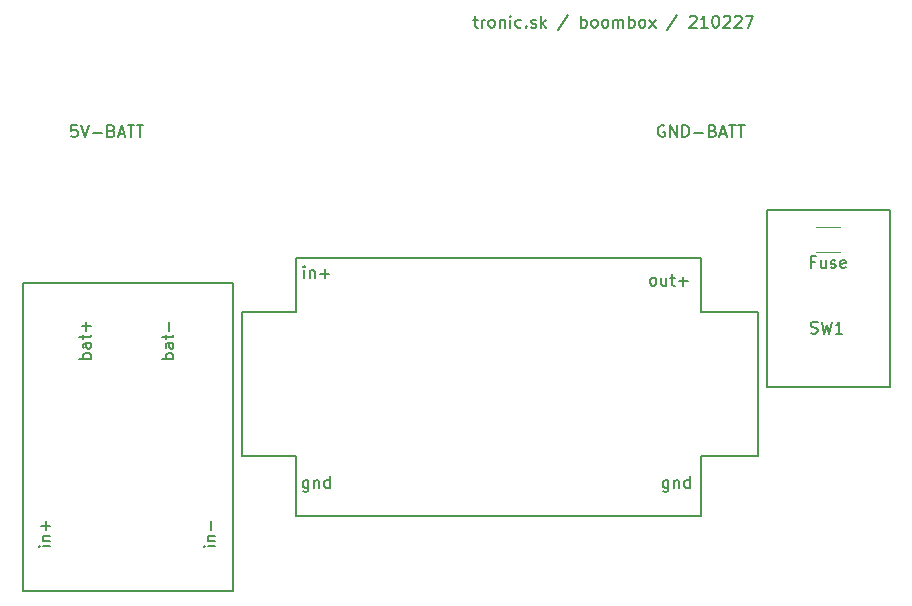
<source format=gto>
G04 #@! TF.FileFunction,Legend,Top*
%FSLAX46Y46*%
G04 Gerber Fmt 4.6, Leading zero omitted, Abs format (unit mm)*
G04 Created by KiCad (PCBNEW 4.0.7) date 02/27/21 15:52:34*
%MOMM*%
%LPD*%
G01*
G04 APERTURE LIST*
%ADD10C,0.100000*%
%ADD11C,0.200000*%
%ADD12C,0.150000*%
%ADD13C,0.120000*%
G04 APERTURE END LIST*
D10*
D11*
X53778047Y-18835714D02*
X54158999Y-18835714D01*
X53920904Y-18502381D02*
X53920904Y-19359524D01*
X53968523Y-19454762D01*
X54063761Y-19502381D01*
X54158999Y-19502381D01*
X54492333Y-19502381D02*
X54492333Y-18835714D01*
X54492333Y-19026190D02*
X54539952Y-18930952D01*
X54587571Y-18883333D01*
X54682809Y-18835714D01*
X54778048Y-18835714D01*
X55254238Y-19502381D02*
X55159000Y-19454762D01*
X55111381Y-19407143D01*
X55063762Y-19311905D01*
X55063762Y-19026190D01*
X55111381Y-18930952D01*
X55159000Y-18883333D01*
X55254238Y-18835714D01*
X55397096Y-18835714D01*
X55492334Y-18883333D01*
X55539953Y-18930952D01*
X55587572Y-19026190D01*
X55587572Y-19311905D01*
X55539953Y-19407143D01*
X55492334Y-19454762D01*
X55397096Y-19502381D01*
X55254238Y-19502381D01*
X56016143Y-18835714D02*
X56016143Y-19502381D01*
X56016143Y-18930952D02*
X56063762Y-18883333D01*
X56159000Y-18835714D01*
X56301858Y-18835714D01*
X56397096Y-18883333D01*
X56444715Y-18978571D01*
X56444715Y-19502381D01*
X56920905Y-19502381D02*
X56920905Y-18835714D01*
X56920905Y-18502381D02*
X56873286Y-18550000D01*
X56920905Y-18597619D01*
X56968524Y-18550000D01*
X56920905Y-18502381D01*
X56920905Y-18597619D01*
X57825667Y-19454762D02*
X57730429Y-19502381D01*
X57539952Y-19502381D01*
X57444714Y-19454762D01*
X57397095Y-19407143D01*
X57349476Y-19311905D01*
X57349476Y-19026190D01*
X57397095Y-18930952D01*
X57444714Y-18883333D01*
X57539952Y-18835714D01*
X57730429Y-18835714D01*
X57825667Y-18883333D01*
X58254238Y-19407143D02*
X58301857Y-19454762D01*
X58254238Y-19502381D01*
X58206619Y-19454762D01*
X58254238Y-19407143D01*
X58254238Y-19502381D01*
X58682809Y-19454762D02*
X58778047Y-19502381D01*
X58968523Y-19502381D01*
X59063762Y-19454762D01*
X59111381Y-19359524D01*
X59111381Y-19311905D01*
X59063762Y-19216667D01*
X58968523Y-19169048D01*
X58825666Y-19169048D01*
X58730428Y-19121429D01*
X58682809Y-19026190D01*
X58682809Y-18978571D01*
X58730428Y-18883333D01*
X58825666Y-18835714D01*
X58968523Y-18835714D01*
X59063762Y-18883333D01*
X59539952Y-19502381D02*
X59539952Y-18502381D01*
X59635190Y-19121429D02*
X59920905Y-19502381D01*
X59920905Y-18835714D02*
X59539952Y-19216667D01*
X61825667Y-18454762D02*
X60968524Y-19740476D01*
X62920905Y-19502381D02*
X62920905Y-18502381D01*
X62920905Y-18883333D02*
X63016143Y-18835714D01*
X63206620Y-18835714D01*
X63301858Y-18883333D01*
X63349477Y-18930952D01*
X63397096Y-19026190D01*
X63397096Y-19311905D01*
X63349477Y-19407143D01*
X63301858Y-19454762D01*
X63206620Y-19502381D01*
X63016143Y-19502381D01*
X62920905Y-19454762D01*
X63968524Y-19502381D02*
X63873286Y-19454762D01*
X63825667Y-19407143D01*
X63778048Y-19311905D01*
X63778048Y-19026190D01*
X63825667Y-18930952D01*
X63873286Y-18883333D01*
X63968524Y-18835714D01*
X64111382Y-18835714D01*
X64206620Y-18883333D01*
X64254239Y-18930952D01*
X64301858Y-19026190D01*
X64301858Y-19311905D01*
X64254239Y-19407143D01*
X64206620Y-19454762D01*
X64111382Y-19502381D01*
X63968524Y-19502381D01*
X64873286Y-19502381D02*
X64778048Y-19454762D01*
X64730429Y-19407143D01*
X64682810Y-19311905D01*
X64682810Y-19026190D01*
X64730429Y-18930952D01*
X64778048Y-18883333D01*
X64873286Y-18835714D01*
X65016144Y-18835714D01*
X65111382Y-18883333D01*
X65159001Y-18930952D01*
X65206620Y-19026190D01*
X65206620Y-19311905D01*
X65159001Y-19407143D01*
X65111382Y-19454762D01*
X65016144Y-19502381D01*
X64873286Y-19502381D01*
X65635191Y-19502381D02*
X65635191Y-18835714D01*
X65635191Y-18930952D02*
X65682810Y-18883333D01*
X65778048Y-18835714D01*
X65920906Y-18835714D01*
X66016144Y-18883333D01*
X66063763Y-18978571D01*
X66063763Y-19502381D01*
X66063763Y-18978571D02*
X66111382Y-18883333D01*
X66206620Y-18835714D01*
X66349477Y-18835714D01*
X66444715Y-18883333D01*
X66492334Y-18978571D01*
X66492334Y-19502381D01*
X66968524Y-19502381D02*
X66968524Y-18502381D01*
X66968524Y-18883333D02*
X67063762Y-18835714D01*
X67254239Y-18835714D01*
X67349477Y-18883333D01*
X67397096Y-18930952D01*
X67444715Y-19026190D01*
X67444715Y-19311905D01*
X67397096Y-19407143D01*
X67349477Y-19454762D01*
X67254239Y-19502381D01*
X67063762Y-19502381D01*
X66968524Y-19454762D01*
X68016143Y-19502381D02*
X67920905Y-19454762D01*
X67873286Y-19407143D01*
X67825667Y-19311905D01*
X67825667Y-19026190D01*
X67873286Y-18930952D01*
X67920905Y-18883333D01*
X68016143Y-18835714D01*
X68159001Y-18835714D01*
X68254239Y-18883333D01*
X68301858Y-18930952D01*
X68349477Y-19026190D01*
X68349477Y-19311905D01*
X68301858Y-19407143D01*
X68254239Y-19454762D01*
X68159001Y-19502381D01*
X68016143Y-19502381D01*
X68682810Y-19502381D02*
X69206620Y-18835714D01*
X68682810Y-18835714D02*
X69206620Y-19502381D01*
X71063763Y-18454762D02*
X70206620Y-19740476D01*
X72111382Y-18597619D02*
X72159001Y-18550000D01*
X72254239Y-18502381D01*
X72492335Y-18502381D01*
X72587573Y-18550000D01*
X72635192Y-18597619D01*
X72682811Y-18692857D01*
X72682811Y-18788095D01*
X72635192Y-18930952D01*
X72063763Y-19502381D01*
X72682811Y-19502381D01*
X73635192Y-19502381D02*
X73063763Y-19502381D01*
X73349477Y-19502381D02*
X73349477Y-18502381D01*
X73254239Y-18645238D01*
X73159001Y-18740476D01*
X73063763Y-18788095D01*
X74254239Y-18502381D02*
X74349478Y-18502381D01*
X74444716Y-18550000D01*
X74492335Y-18597619D01*
X74539954Y-18692857D01*
X74587573Y-18883333D01*
X74587573Y-19121429D01*
X74539954Y-19311905D01*
X74492335Y-19407143D01*
X74444716Y-19454762D01*
X74349478Y-19502381D01*
X74254239Y-19502381D01*
X74159001Y-19454762D01*
X74111382Y-19407143D01*
X74063763Y-19311905D01*
X74016144Y-19121429D01*
X74016144Y-18883333D01*
X74063763Y-18692857D01*
X74111382Y-18597619D01*
X74159001Y-18550000D01*
X74254239Y-18502381D01*
X74968525Y-18597619D02*
X75016144Y-18550000D01*
X75111382Y-18502381D01*
X75349478Y-18502381D01*
X75444716Y-18550000D01*
X75492335Y-18597619D01*
X75539954Y-18692857D01*
X75539954Y-18788095D01*
X75492335Y-18930952D01*
X74920906Y-19502381D01*
X75539954Y-19502381D01*
X75920906Y-18597619D02*
X75968525Y-18550000D01*
X76063763Y-18502381D01*
X76301859Y-18502381D01*
X76397097Y-18550000D01*
X76444716Y-18597619D01*
X76492335Y-18692857D01*
X76492335Y-18788095D01*
X76444716Y-18930952D01*
X75873287Y-19502381D01*
X76492335Y-19502381D01*
X76825668Y-18502381D02*
X77492335Y-18502381D01*
X77063763Y-19502381D01*
D12*
X77851000Y-55753000D02*
X77851000Y-43561000D01*
X73025000Y-38989000D02*
X73025000Y-43307000D01*
X73025000Y-43307000D02*
X73025000Y-43561000D01*
X73025000Y-43561000D02*
X77851000Y-43561000D01*
X77851000Y-55753000D02*
X73025000Y-55753000D01*
X73025000Y-55753000D02*
X73025000Y-60833000D01*
X73025000Y-60833000D02*
X38735000Y-60833000D01*
X38735000Y-60833000D02*
X38735000Y-55753000D01*
X38735000Y-55753000D02*
X34163000Y-55753000D01*
X34163000Y-55753000D02*
X34163000Y-43561000D01*
X34163000Y-43561000D02*
X38735000Y-43561000D01*
X38735000Y-43561000D02*
X38735000Y-38989000D01*
X38735000Y-38989000D02*
X73025000Y-38989000D01*
D13*
X84820000Y-38535000D02*
X82820000Y-38535000D01*
X82820000Y-36395000D02*
X84820000Y-36395000D01*
D12*
X78613000Y-34925000D02*
X89027000Y-34925000D01*
X89027000Y-34925000D02*
X89027000Y-49911000D01*
X89027000Y-49911000D02*
X78613000Y-49911000D01*
X78613000Y-49911000D02*
X78613000Y-34925000D01*
X15621000Y-67183000D02*
X15621000Y-41148000D01*
X15621000Y-41148000D02*
X33401000Y-41148000D01*
X33401000Y-41148000D02*
X33401000Y-67183000D01*
X33401000Y-67183000D02*
X15621000Y-67183000D01*
X68929428Y-41346381D02*
X68834190Y-41298762D01*
X68786571Y-41251143D01*
X68738952Y-41155905D01*
X68738952Y-40870190D01*
X68786571Y-40774952D01*
X68834190Y-40727333D01*
X68929428Y-40679714D01*
X69072286Y-40679714D01*
X69167524Y-40727333D01*
X69215143Y-40774952D01*
X69262762Y-40870190D01*
X69262762Y-41155905D01*
X69215143Y-41251143D01*
X69167524Y-41298762D01*
X69072286Y-41346381D01*
X68929428Y-41346381D01*
X70119905Y-40679714D02*
X70119905Y-41346381D01*
X69691333Y-40679714D02*
X69691333Y-41203524D01*
X69738952Y-41298762D01*
X69834190Y-41346381D01*
X69977048Y-41346381D01*
X70072286Y-41298762D01*
X70119905Y-41251143D01*
X70453238Y-40679714D02*
X70834190Y-40679714D01*
X70596095Y-40346381D02*
X70596095Y-41203524D01*
X70643714Y-41298762D01*
X70738952Y-41346381D01*
X70834190Y-41346381D01*
X71167524Y-40965429D02*
X71929429Y-40965429D01*
X71548477Y-41346381D02*
X71548477Y-40584476D01*
X39441572Y-40711381D02*
X39441572Y-40044714D01*
X39441572Y-39711381D02*
X39393953Y-39759000D01*
X39441572Y-39806619D01*
X39489191Y-39759000D01*
X39441572Y-39711381D01*
X39441572Y-39806619D01*
X39917762Y-40044714D02*
X39917762Y-40711381D01*
X39917762Y-40139952D02*
X39965381Y-40092333D01*
X40060619Y-40044714D01*
X40203477Y-40044714D01*
X40298715Y-40092333D01*
X40346334Y-40187571D01*
X40346334Y-40711381D01*
X40822524Y-40330429D02*
X41584429Y-40330429D01*
X41203477Y-40711381D02*
X41203477Y-39949476D01*
X70302524Y-57824714D02*
X70302524Y-58634238D01*
X70254905Y-58729476D01*
X70207286Y-58777095D01*
X70112047Y-58824714D01*
X69969190Y-58824714D01*
X69873952Y-58777095D01*
X70302524Y-58443762D02*
X70207286Y-58491381D01*
X70016809Y-58491381D01*
X69921571Y-58443762D01*
X69873952Y-58396143D01*
X69826333Y-58300905D01*
X69826333Y-58015190D01*
X69873952Y-57919952D01*
X69921571Y-57872333D01*
X70016809Y-57824714D01*
X70207286Y-57824714D01*
X70302524Y-57872333D01*
X70778714Y-57824714D02*
X70778714Y-58491381D01*
X70778714Y-57919952D02*
X70826333Y-57872333D01*
X70921571Y-57824714D01*
X71064429Y-57824714D01*
X71159667Y-57872333D01*
X71207286Y-57967571D01*
X71207286Y-58491381D01*
X72112048Y-58491381D02*
X72112048Y-57491381D01*
X72112048Y-58443762D02*
X72016810Y-58491381D01*
X71826333Y-58491381D01*
X71731095Y-58443762D01*
X71683476Y-58396143D01*
X71635857Y-58300905D01*
X71635857Y-58015190D01*
X71683476Y-57919952D01*
X71731095Y-57872333D01*
X71826333Y-57824714D01*
X72016810Y-57824714D01*
X72112048Y-57872333D01*
X39822524Y-57824714D02*
X39822524Y-58634238D01*
X39774905Y-58729476D01*
X39727286Y-58777095D01*
X39632047Y-58824714D01*
X39489190Y-58824714D01*
X39393952Y-58777095D01*
X39822524Y-58443762D02*
X39727286Y-58491381D01*
X39536809Y-58491381D01*
X39441571Y-58443762D01*
X39393952Y-58396143D01*
X39346333Y-58300905D01*
X39346333Y-58015190D01*
X39393952Y-57919952D01*
X39441571Y-57872333D01*
X39536809Y-57824714D01*
X39727286Y-57824714D01*
X39822524Y-57872333D01*
X40298714Y-57824714D02*
X40298714Y-58491381D01*
X40298714Y-57919952D02*
X40346333Y-57872333D01*
X40441571Y-57824714D01*
X40584429Y-57824714D01*
X40679667Y-57872333D01*
X40727286Y-57967571D01*
X40727286Y-58491381D01*
X41632048Y-58491381D02*
X41632048Y-57491381D01*
X41632048Y-58443762D02*
X41536810Y-58491381D01*
X41346333Y-58491381D01*
X41251095Y-58443762D01*
X41203476Y-58396143D01*
X41155857Y-58300905D01*
X41155857Y-58015190D01*
X41203476Y-57919952D01*
X41251095Y-57872333D01*
X41346333Y-57824714D01*
X41536810Y-57824714D01*
X41632048Y-57872333D01*
X82677143Y-39343571D02*
X82343809Y-39343571D01*
X82343809Y-39867381D02*
X82343809Y-38867381D01*
X82820000Y-38867381D01*
X83629524Y-39200714D02*
X83629524Y-39867381D01*
X83200952Y-39200714D02*
X83200952Y-39724524D01*
X83248571Y-39819762D01*
X83343809Y-39867381D01*
X83486667Y-39867381D01*
X83581905Y-39819762D01*
X83629524Y-39772143D01*
X84058095Y-39819762D02*
X84153333Y-39867381D01*
X84343809Y-39867381D01*
X84439048Y-39819762D01*
X84486667Y-39724524D01*
X84486667Y-39676905D01*
X84439048Y-39581667D01*
X84343809Y-39534048D01*
X84200952Y-39534048D01*
X84105714Y-39486429D01*
X84058095Y-39391190D01*
X84058095Y-39343571D01*
X84105714Y-39248333D01*
X84200952Y-39200714D01*
X84343809Y-39200714D01*
X84439048Y-39248333D01*
X85296191Y-39819762D02*
X85200953Y-39867381D01*
X85010476Y-39867381D01*
X84915238Y-39819762D01*
X84867619Y-39724524D01*
X84867619Y-39343571D01*
X84915238Y-39248333D01*
X85010476Y-39200714D01*
X85200953Y-39200714D01*
X85296191Y-39248333D01*
X85343810Y-39343571D01*
X85343810Y-39438810D01*
X84867619Y-39534048D01*
X20233000Y-27773381D02*
X19756809Y-27773381D01*
X19709190Y-28249571D01*
X19756809Y-28201952D01*
X19852047Y-28154333D01*
X20090143Y-28154333D01*
X20185381Y-28201952D01*
X20233000Y-28249571D01*
X20280619Y-28344810D01*
X20280619Y-28582905D01*
X20233000Y-28678143D01*
X20185381Y-28725762D01*
X20090143Y-28773381D01*
X19852047Y-28773381D01*
X19756809Y-28725762D01*
X19709190Y-28678143D01*
X20566333Y-27773381D02*
X20899666Y-28773381D01*
X21233000Y-27773381D01*
X21566333Y-28392429D02*
X22328238Y-28392429D01*
X23137762Y-28249571D02*
X23280619Y-28297190D01*
X23328238Y-28344810D01*
X23375857Y-28440048D01*
X23375857Y-28582905D01*
X23328238Y-28678143D01*
X23280619Y-28725762D01*
X23185381Y-28773381D01*
X22804428Y-28773381D01*
X22804428Y-27773381D01*
X23137762Y-27773381D01*
X23233000Y-27821000D01*
X23280619Y-27868619D01*
X23328238Y-27963857D01*
X23328238Y-28059095D01*
X23280619Y-28154333D01*
X23233000Y-28201952D01*
X23137762Y-28249571D01*
X22804428Y-28249571D01*
X23756809Y-28487667D02*
X24233000Y-28487667D01*
X23661571Y-28773381D02*
X23994904Y-27773381D01*
X24328238Y-28773381D01*
X24518714Y-27773381D02*
X25090143Y-27773381D01*
X24804428Y-28773381D02*
X24804428Y-27773381D01*
X25280619Y-27773381D02*
X25852048Y-27773381D01*
X25566333Y-28773381D02*
X25566333Y-27773381D01*
X69953572Y-27821000D02*
X69858334Y-27773381D01*
X69715477Y-27773381D01*
X69572619Y-27821000D01*
X69477381Y-27916238D01*
X69429762Y-28011476D01*
X69382143Y-28201952D01*
X69382143Y-28344810D01*
X69429762Y-28535286D01*
X69477381Y-28630524D01*
X69572619Y-28725762D01*
X69715477Y-28773381D01*
X69810715Y-28773381D01*
X69953572Y-28725762D01*
X70001191Y-28678143D01*
X70001191Y-28344810D01*
X69810715Y-28344810D01*
X70429762Y-28773381D02*
X70429762Y-27773381D01*
X71001191Y-28773381D01*
X71001191Y-27773381D01*
X71477381Y-28773381D02*
X71477381Y-27773381D01*
X71715476Y-27773381D01*
X71858334Y-27821000D01*
X71953572Y-27916238D01*
X72001191Y-28011476D01*
X72048810Y-28201952D01*
X72048810Y-28344810D01*
X72001191Y-28535286D01*
X71953572Y-28630524D01*
X71858334Y-28725762D01*
X71715476Y-28773381D01*
X71477381Y-28773381D01*
X72477381Y-28392429D02*
X73239286Y-28392429D01*
X74048810Y-28249571D02*
X74191667Y-28297190D01*
X74239286Y-28344810D01*
X74286905Y-28440048D01*
X74286905Y-28582905D01*
X74239286Y-28678143D01*
X74191667Y-28725762D01*
X74096429Y-28773381D01*
X73715476Y-28773381D01*
X73715476Y-27773381D01*
X74048810Y-27773381D01*
X74144048Y-27821000D01*
X74191667Y-27868619D01*
X74239286Y-27963857D01*
X74239286Y-28059095D01*
X74191667Y-28154333D01*
X74144048Y-28201952D01*
X74048810Y-28249571D01*
X73715476Y-28249571D01*
X74667857Y-28487667D02*
X75144048Y-28487667D01*
X74572619Y-28773381D02*
X74905952Y-27773381D01*
X75239286Y-28773381D01*
X75429762Y-27773381D02*
X76001191Y-27773381D01*
X75715476Y-28773381D02*
X75715476Y-27773381D01*
X76191667Y-27773381D02*
X76763096Y-27773381D01*
X76477381Y-28773381D02*
X76477381Y-27773381D01*
X82359667Y-45362762D02*
X82502524Y-45410381D01*
X82740620Y-45410381D01*
X82835858Y-45362762D01*
X82883477Y-45315143D01*
X82931096Y-45219905D01*
X82931096Y-45124667D01*
X82883477Y-45029429D01*
X82835858Y-44981810D01*
X82740620Y-44934190D01*
X82550143Y-44886571D01*
X82454905Y-44838952D01*
X82407286Y-44791333D01*
X82359667Y-44696095D01*
X82359667Y-44600857D01*
X82407286Y-44505619D01*
X82454905Y-44458000D01*
X82550143Y-44410381D01*
X82788239Y-44410381D01*
X82931096Y-44458000D01*
X83264429Y-44410381D02*
X83502524Y-45410381D01*
X83693001Y-44696095D01*
X83883477Y-45410381D01*
X84121572Y-44410381D01*
X85026334Y-45410381D02*
X84454905Y-45410381D01*
X84740619Y-45410381D02*
X84740619Y-44410381D01*
X84645381Y-44553238D01*
X84550143Y-44648476D01*
X84454905Y-44696095D01*
X17978381Y-63428428D02*
X17311714Y-63428428D01*
X16978381Y-63428428D02*
X17026000Y-63476047D01*
X17073619Y-63428428D01*
X17026000Y-63380809D01*
X16978381Y-63428428D01*
X17073619Y-63428428D01*
X17311714Y-62952238D02*
X17978381Y-62952238D01*
X17406952Y-62952238D02*
X17359333Y-62904619D01*
X17311714Y-62809381D01*
X17311714Y-62666523D01*
X17359333Y-62571285D01*
X17454571Y-62523666D01*
X17978381Y-62523666D01*
X17597429Y-62047476D02*
X17597429Y-61285571D01*
X17978381Y-61666523D02*
X17216476Y-61666523D01*
X31948381Y-63428428D02*
X31281714Y-63428428D01*
X30948381Y-63428428D02*
X30996000Y-63476047D01*
X31043619Y-63428428D01*
X30996000Y-63380809D01*
X30948381Y-63428428D01*
X31043619Y-63428428D01*
X31281714Y-62952238D02*
X31948381Y-62952238D01*
X31376952Y-62952238D02*
X31329333Y-62904619D01*
X31281714Y-62809381D01*
X31281714Y-62666523D01*
X31329333Y-62571285D01*
X31424571Y-62523666D01*
X31948381Y-62523666D01*
X31567429Y-62047476D02*
X31567429Y-61285571D01*
X21407381Y-47545429D02*
X20407381Y-47545429D01*
X20788333Y-47545429D02*
X20740714Y-47450191D01*
X20740714Y-47259714D01*
X20788333Y-47164476D01*
X20835952Y-47116857D01*
X20931190Y-47069238D01*
X21216905Y-47069238D01*
X21312143Y-47116857D01*
X21359762Y-47164476D01*
X21407381Y-47259714D01*
X21407381Y-47450191D01*
X21359762Y-47545429D01*
X21407381Y-46212095D02*
X20883571Y-46212095D01*
X20788333Y-46259714D01*
X20740714Y-46354952D01*
X20740714Y-46545429D01*
X20788333Y-46640667D01*
X21359762Y-46212095D02*
X21407381Y-46307333D01*
X21407381Y-46545429D01*
X21359762Y-46640667D01*
X21264524Y-46688286D01*
X21169286Y-46688286D01*
X21074048Y-46640667D01*
X21026429Y-46545429D01*
X21026429Y-46307333D01*
X20978810Y-46212095D01*
X20740714Y-45878762D02*
X20740714Y-45497810D01*
X20407381Y-45735905D02*
X21264524Y-45735905D01*
X21359762Y-45688286D01*
X21407381Y-45593048D01*
X21407381Y-45497810D01*
X21026429Y-45164476D02*
X21026429Y-44402571D01*
X21407381Y-44783523D02*
X20645476Y-44783523D01*
X28392381Y-47545429D02*
X27392381Y-47545429D01*
X27773333Y-47545429D02*
X27725714Y-47450191D01*
X27725714Y-47259714D01*
X27773333Y-47164476D01*
X27820952Y-47116857D01*
X27916190Y-47069238D01*
X28201905Y-47069238D01*
X28297143Y-47116857D01*
X28344762Y-47164476D01*
X28392381Y-47259714D01*
X28392381Y-47450191D01*
X28344762Y-47545429D01*
X28392381Y-46212095D02*
X27868571Y-46212095D01*
X27773333Y-46259714D01*
X27725714Y-46354952D01*
X27725714Y-46545429D01*
X27773333Y-46640667D01*
X28344762Y-46212095D02*
X28392381Y-46307333D01*
X28392381Y-46545429D01*
X28344762Y-46640667D01*
X28249524Y-46688286D01*
X28154286Y-46688286D01*
X28059048Y-46640667D01*
X28011429Y-46545429D01*
X28011429Y-46307333D01*
X27963810Y-46212095D01*
X27725714Y-45878762D02*
X27725714Y-45497810D01*
X27392381Y-45735905D02*
X28249524Y-45735905D01*
X28344762Y-45688286D01*
X28392381Y-45593048D01*
X28392381Y-45497810D01*
X28011429Y-45164476D02*
X28011429Y-44402571D01*
M02*

</source>
